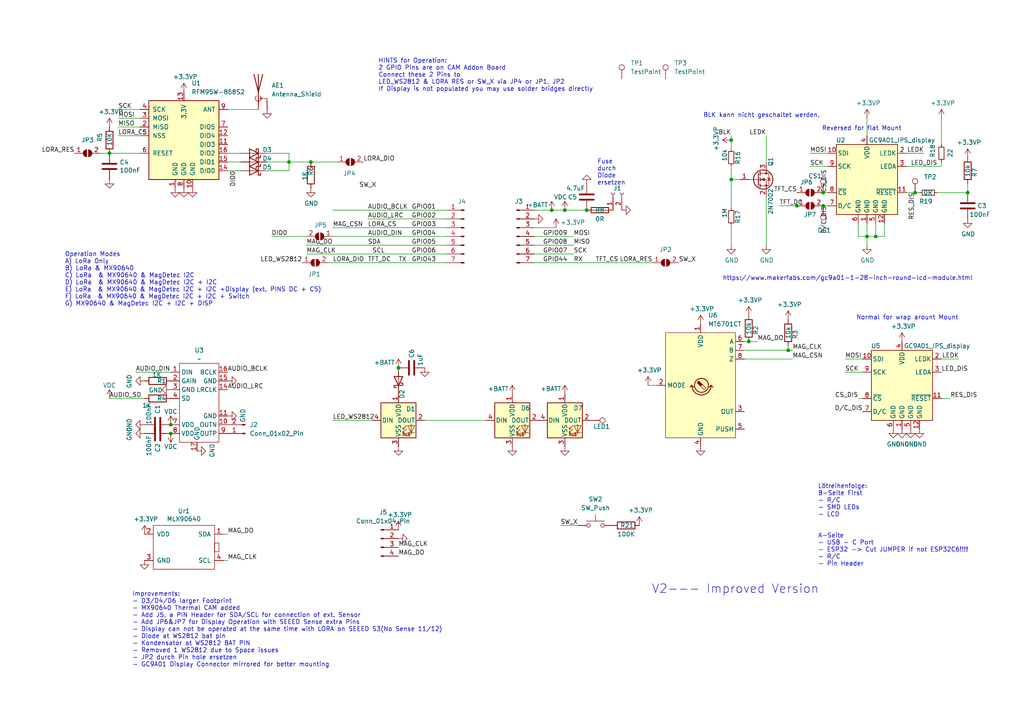
<source format=kicad_sch>
(kicad_sch (version 20231120) (generator "eeschema") (generator_version "8.0")
  (paper "A4")
  (lib_symbols
    (symbol "Connector:Conn_01x02_Female" (pin_names (offset 1.016) hide)
      (property "Reference" "J" (at 0 2.54 0))
      (property "Value" "Connector_Conn_01x02_Female" (at 0 -5.08 0))
      (symbol "Conn_01x02_Female_1_1"
        (pin passive line (at -5.08 0 0) (length 3.81) (name "Pin_1") (number "1"))
        (pin passive line (at -5.08 -2.54 0) (length 3.81) (name "Pin_2") (number "2"))
      )
    )
    (symbol "Connector:Conn_01x02_Pin" (pin_names (offset 1.016) hide)
      (property "Reference" "J" (at 0 2.54 0))
      (property "Value" "Conn_01x02_Pin" (at 0 -5.08 0))
      (symbol "Conn_01x02_Pin_1_1"
        (pin passive line (at 5.08 0 180) (length 3.81) (name "Pin_1") (number "1"))
        (pin passive line (at 5.08 -2.54 180) (length 3.81) (name "Pin_2") (number "2"))
      )
    )
    (symbol "Connector:Conn_01x04_Pin" (pin_names (offset 1.016) hide)
      (property "Reference" "J" (at 0 5.08 0))
      (property "Value" "Conn_01x04_Pin" (at 0 -7.62 0))
      (symbol "Conn_01x04_Pin_1_1"
        (pin passive line (at 5.08 2.54 180) (length 3.81) (name "Pin_1") (number "1"))
        (pin passive line (at 5.08 0 180) (length 3.81) (name "Pin_2") (number "2"))
        (pin passive line (at 5.08 -2.54 180) (length 3.81) (name "Pin_3") (number "3"))
        (pin passive line (at 5.08 -5.08 180) (length 3.81) (name "Pin_4") (number "4"))
      )
    )
    (symbol "Connector:Conn_01x07_Pin" (pin_names (offset 1.016) hide)
      (property "Reference" "J" (at 0 10.16 0))
      (property "Value" "Conn_01x07_Pin" (at 0 -10.16 0))
      (symbol "Conn_01x07_Pin_1_1"
        (pin passive line (at 5.08 7.62 180) (length 3.81) (name "Pin_1") (number "1"))
        (pin passive line (at 5.08 5.08 180) (length 3.81) (name "Pin_2") (number "2"))
        (pin passive line (at 5.08 2.54 180) (length 3.81) (name "Pin_3") (number "3"))
        (pin passive line (at 5.08 0 180) (length 3.81) (name "Pin_4") (number "4"))
        (pin passive line (at 5.08 -2.54 180) (length 3.81) (name "Pin_5") (number "5"))
        (pin passive line (at 5.08 -5.08 180) (length 3.81) (name "Pin_6") (number "6"))
        (pin passive line (at 5.08 -7.62 180) (length 3.81) (name "Pin_7") (number "7"))
      )
    )
    (symbol "Connector:TestPoint" (pin_numbers hide) (pin_names (offset 0.762) hide)
      (property "Reference" "TP" (at 0 6.858 0))
      (property "Value" "TestPoint" (at 0 5.08 0))
      (symbol "TestPoint_1_1"
        (pin passive line (at 0 0 90) (length 2.54) (name "1") (number "1"))
      )
    )
    (symbol "Device:Antenna_Shield" (pin_numbers hide) (pin_names (offset 1.016) hide)
      (property "Reference" "AE" (at -1.905 4.445 0))
      (property "Value" "Antenna_Shield" (at -1.905 2.54 0))
      (symbol "Antenna_Shield_1_1"
        (pin input line (at 0 -5.08 90) (length 2.54) (name "A") (number "1"))
        (pin input line (at 2.54 -5.08 90) (length 2.54) (name "Shield") (number "2"))
      )
    )
    (symbol "Device:C" (pin_numbers hide) (pin_names (offset 0.254))
      (property "Reference" "C" (at 0.635 2.54 0))
      (property "Value" "C" (at 0.635 -2.54 0))
      (symbol "C_1_1"
        (pin passive line (at 0 3.81 270) (length 2.794) (name "~") (number "1"))
        (pin passive line (at 0 -3.81 90) (length 2.794) (name "~") (number "2"))
      )
    )
    (symbol "Device:Fuse" (pin_numbers hide) (pin_names (offset 0))
      (property "Reference" "F" (at 2.032 0 90))
      (property "Value" "Fuse" (at -1.905 0 90))
      (symbol "Fuse_1_1"
        (pin passive line (at 0 3.81 270) (length 1.27) (name "~") (number "1"))
        (pin passive line (at 0 -3.81 90) (length 1.27) (name "~") (number "2"))
      )
    )
    (symbol "Device:R" (pin_numbers hide) (pin_names (offset 0))
      (property "Reference" "R" (at 2.032 0 90))
      (property "Value" "R" (at 0 0 90))
      (symbol "R_1_1"
        (pin passive line (at 0 3.81 270) (length 1.27) (name "~") (number "1"))
        (pin passive line (at 0 -3.81 90) (length 1.27) (name "~") (number "2"))
      )
    )
    (symbol "Device:R_Small" (pin_numbers hide) (pin_names (offset 0.254) hide)
      (property "Reference" "R" (at 0.762 0.508 0))
      (property "Value" "R_Small" (at 0.762 -1.016 0))
      (symbol "R_Small_1_1"
        (pin passive line (at 0 2.54 270) (length 0.762) (name "~") (number "1"))
        (pin passive line (at 0 -2.54 90) (length 0.762) (name "~") (number "2"))
      )
    )
    (symbol "Diode:MBR0530" (pin_numbers hide) (pin_names (offset 1.016) hide)
      (property "Reference" "D" (at 0 2.54 0))
      (property "Value" "MBR0530" (at 0 -2.54 0))
      (symbol "MBR0530_1_1"
        (pin passive line (at -3.81 0 0) (length 2.54) (name "K") (number "1"))
        (pin passive line (at 3.81 0 180) (length 2.54) (name "A") (number "2"))
      )
    )
    (symbol "Jumper:SolderJumper_2_Open" (pin_names (offset 0) hide)
      (property "Reference" "JP" (at 0 2.032 0))
      (property "Value" "SolderJumper_2_Open" (at 0 -2.54 0))
      (symbol "SolderJumper_2_Open_1_1"
        (pin passive line (at -3.81 0 0) (length 2.54) (name "A") (number "1"))
        (pin passive line (at 3.81 0 180) (length 2.54) (name "B") (number "2"))
      )
    )
    (symbol "LED:WS2812B" (pin_names (offset 0.254))
      (property "Reference" "D" (at 5.08 5.715 0))
      (property "Value" "WS2812B" (at 1.27 -5.715 0))
      (symbol "WS2812B_0_0"
        (text "RGB" (at 2.286 -4.191 0) (effects (font (size 0.762 0.762))))
      )
      (symbol "WS2812B_1_1"
        (pin power_in line (at 0 7.62 270) (length 2.54) (name "VDD") (number "1"))
        (pin output line (at 7.62 0 180) (length 2.54) (name "DOUT") (number "2"))
        (pin power_in line (at 0 -7.62 90) (length 2.54) (name "VSS") (number "3"))
        (pin input line (at -7.62 0 0) (length 2.54) (name "DIN") (number "4"))
      )
    )
    (symbol "MAX98357AETE+T:MAX98357A"
      (property "Reference" "U3" (at -3.175 2.54 0))
      (property "Value" "~" (at -3.175 0 0))
      (symbol "MAX98357A_1_1"
        (pin input line (at -11.43 -3.81 0) (length 2.54) (name "DIN") (number "1"))
        (pin input line (at 5.08 -19.05 180) (length 2.54) (name "OUTN") (number "10"))
        (pin power_in line (at 5.08 -16.51 180) (length 2.54) (name "GND") (number "11"))
        (pin bidirectional line (at 5.08 -13.97 180) (length 2.54) hide (name "N.C.") (number "12"))
        (pin bidirectional line (at 5.08 -11.43 180) (length 2.54) hide (name "N.C.") (number "13"))
        (pin input line (at 5.08 -8.89 180) (length 2.54) (name "LRCLK") (number "14"))
        (pin power_in line (at 5.08 -6.35 180) (length 2.54) (name "GND") (number "15"))
        (pin input line (at 5.08 -3.81 180) (length 2.54) (name "BCLK") (number "16"))
        (pin power_in line (at -3.81 -26.67 90) (length 2.54) (name "GND") (number "17"))
        (pin input line (at -11.43 -6.35 0) (length 2.54) (name "GAIN") (number "2"))
        (pin power_in line (at -11.43 -8.89 0) (length 2.54) (name "GND") (number "3"))
        (pin bidirectional line (at -11.43 -11.43 0) (length 2.54) (name "SD") (number "4"))
        (pin bidirectional line (at -11.43 -13.97 0) (length 2.54) hide (name "N.C.") (number "5"))
        (pin bidirectional line (at -11.43 -16.51 0) (length 2.54) hide (name "N.C.") (number "6"))
        (pin power_in line (at -11.43 -19.05 0) (length 2.54) (name "VDD") (number "7"))
        (pin power_in line (at -11.43 -21.59 0) (length 2.54) (name "VDD") (number "8"))
        (pin input line (at 5.08 -21.59 180) (length 2.54) (name "OUTP") (number "9"))
      )
    )
    (symbol "MLX90640:MLX90640" (pin_names (offset 1.016))
      (property "Reference" "U" (at 0 -1.27 0))
      (property "Value" "MLX90640" (at 0 1.27 0))
      (symbol "MLX90640_1_1"
        (pin bidirectional line (at 11.43 3.81 180) (length 2.54) (name "SDA") (number "1"))
        (pin power_in line (at -11.43 3.81 0) (length 2.54) (name "VDD") (number "2"))
        (pin power_in line (at -11.43 -3.81 0) (length 2.54) (name "GND") (number "3"))
        (pin bidirectional line (at 11.43 -3.81 180) (length 2.54) (name "SCL") (number "4"))
      )
    )
    (symbol "RF_Module:RFM95W-868S2" (pin_names (offset 1.016))
      (property "Reference" "U" (at -10.414 11.684 0))
      (property "Value" "RFM95W-868S2" (at 1.524 11.43 0))
      (symbol "RFM95W-868S2_1_1"
        (pin power_in line (at -2.54 -15.24 90) (length 2.54) (name "GND") (number "1"))
        (pin power_in line (at 2.54 -15.24 90) (length 2.54) (name "GND") (number "10"))
        (pin bidirectional line (at 12.7 -2.54 180) (length 2.54) (name "DIO3") (number "11"))
        (pin bidirectional line (at 12.7 0 180) (length 2.54) (name "DIO4") (number "12"))
        (pin power_in line (at 0 12.7 270) (length 2.54) (name "3.3V") (number "13"))
        (pin bidirectional line (at 12.7 -10.16 180) (length 2.54) (name "DIO0") (number "14"))
        (pin bidirectional line (at 12.7 -7.62 180) (length 2.54) (name "DIO1") (number "15"))
        (pin bidirectional line (at 12.7 -5.08 180) (length 2.54) (name "DIO2") (number "16"))
        (pin output line (at -12.7 2.54 0) (length 2.54) (name "MISO") (number "2"))
        (pin input line (at -12.7 5.08 0) (length 2.54) (name "MOSI") (number "3"))
        (pin input line (at -12.7 7.62 0) (length 2.54) (name "SCK") (number "4"))
        (pin input line (at -12.7 0 0) (length 2.54) (name "NSS") (number "5"))
        (pin bidirectional line (at -12.7 -5.08 0) (length 2.54) (name "RESET") (number "6"))
        (pin bidirectional line (at 12.7 2.54 180) (length 2.54) (name "DIO5") (number "7"))
        (pin power_in line (at 0 -15.24 90) (length 2.54) (name "GND") (number "8"))
        (pin bidirectional line (at 12.7 7.62 180) (length 2.54) (name "ANT") (number "9"))
      )
    )
    (symbol "Sensor_Magnetic:MT6701CT"
      (property "Reference" "U" (at -9.6632 16.4397 0))
      (property "Value" "MT6701CT" (at 5.5155 16.4397 0))
      (symbol "MT6701CT_1_1"
        (pin power_in line (at 0 17.78 270) (length 2.54) (name "VDD") (number "1"))
        (pin input line (at -12.7 0 0) (length 2.54) (name "MODE") (number "2"))
        (pin output line (at 12.7 -7.62 180) (length 2.54) (name "OUT") (number "3"))
        (pin power_in line (at 0 -17.78 90) (length 2.54) (name "GND") (number "4"))
        (pin output line (at 12.7 -12.7 180) (length 2.54) (name "PUSH") (number "5"))
        (pin output line (at 12.7 12.7 180) (length 2.54) (name "A") (number "6"))
        (pin output line (at 12.7 10.16 180) (length 2.54) (name "B") (number "7"))
        (pin output line (at 12.7 7.62 180) (length 2.54) (name "Z") (number "8"))
      )
    )
    (symbol "Switch:SW_Push" (pin_numbers hide) (pin_names (offset 1.016) hide)
      (property "Reference" "SW" (at 1.27 2.54 0))
      (property "Value" "SW_Push" (at 0 -1.524 0))
      (symbol "SW_Push_0_1"
        (pin passive line (at -5.08 0 0) (length 2.54) (name "1") (number "1"))
        (pin passive line (at 5.08 0 180) (length 2.54) (name "2") (number "2"))
      )
    )
    (symbol "Transistor_FET:2N7002" (pin_names hide)
      (property "Reference" "Q" (at 5.08 1.905 0))
      (property "Value" "2N7002" (at 5.08 0 0))
      (symbol "2N7002_1_1"
        (pin input line (at -5.08 0 0) (length 2.54) (name "G") (number "1"))
        (pin passive line (at 2.54 -5.08 90) (length 2.54) (name "S") (number "2"))
        (pin passive line (at 2.54 5.08 270) (length 2.54) (name "D") (number "3"))
      )
    )
    (symbol "open-Smartwatch:GC9A01_IPS_display_SPI" (pin_names (offset 0.381))
      (property "Reference" "U" (at -7.62 11.43 0))
      (property "Value" "GC9A01_IPS_display_SPI" (at 12.7 11.43 0))
      (symbol "GC9A01_IPS_display_SPI_0_0"
        (pin power_in line (at 0 -12.7 90) (length 2.54) (name "GND") (number "1"))
        (pin bidirectional line (at -11.43 7.62 0) (length 2.54) (name "SDI") (number "10"))
        (pin input line (at 11.43 -3.81 180) (length 2.54) (name "~{RESET}") (number "11"))
        (pin power_in line (at 5.08 -12.7 90) (length 2.54) (name "GND") (number "12"))
        (pin passive line (at 11.43 7.62 180) (length 2.54) (name "LEDK") (number "2"))
        (pin passive line (at 11.43 3.81 180) (length 2.54) (name "LEDA") (number "3"))
        (pin power_in line (at 0 12.7 270) (length 2.54) (name "VDD") (number "4"))
        (pin power_in line (at 2.54 -12.7 90) (length 2.54) (name "GND") (number "5"))
        (pin power_in line (at -2.54 -12.7 90) (length 2.54) (name "GND") (number "6"))
        (pin input line (at -11.43 -7.62 0) (length 2.54) (name "D/C") (number "7"))
        (pin input line (at -11.43 -3.81 0) (length 2.54) (name "~{CS}") (number "8"))
        (pin input line (at -11.43 3.81 0) (length 2.54) (name "SCK") (number "9"))
      )
    )
    (symbol "power:+3.3VP" (power) (pin_names (offset 0))
      (property "Value" "+3.3VP" (at 0 2.54 0))
      (symbol "+3.3VP_0_0"
        (pin power_in line (at 0 0 90) (length 0) hide (name "+3.3VP") (number "1"))
      )
    )
    (symbol "power:+BATT" (power) (pin_numbers hide) (pin_names (offset 0) hide)
      (property "Value" "+BATT" (at 0 3.556 0))
      (symbol "+BATT_1_1"
        (pin power_in line (at 0 0 90) (length 0) (name "~") (number "1"))
      )
    )
    (symbol "power:GND" (power) (pin_names (offset 0))
      (property "Value" "GND" (at 0 -3.81 0))
      (symbol "GND_1_1"
        (pin power_in line (at 0 0 270) (length 0) hide (name "GND") (number "1"))
      )
    )
    (symbol "power:VDC" (power) (pin_names (offset 0))
      (property "Value" "VDC" (at 0 6.35 0))
      (symbol "VDC_1_1"
        (pin power_in line (at 0 0 90) (length 0) hide (name "VDC") (number "1"))
      )
    )
  )
  (junction (at 90.17 46.99))
  (junction (at 251.46 68.58))
  (junction (at 160.02 60.96))
  (junction (at 238.76 55.88))
  (junction (at 83.82 46.99))
  (junction (at 217.17 99.06))
  (junction (at 212.09 40.64))
  (junction (at 49.53 125.73))
  (junction (at 49.53 123.19))
  (junction (at 265.43 55.88))
  (junction (at 280.67 55.88))
  (junction (at 238.76 59.69))
  (junction (at 31.75 44.45))
  (junction (at 228.6 101.6))
  (junction (at 170.18 60.96))
  (junction (at 115.57 106.68))
  (junction (at 254 68.58))
  (junction (at 212.09 52.07))
  (junction (at 163.83 60.96))
  (junction (at 231.14 59.69))
  (wire (pts (xy 262.89 55.88) (xy 265.43 55.88)))
  (wire (pts (xy 240.03 48.26) (xy 234.95 48.26)))
  (wire (pts (xy 256.54 64.77) (xy 256.54 68.58)))
  (wire (pts (xy 31.75 115.57) (xy 41.91 115.57)))
  (wire (pts (xy 34.29 31.75) (xy 40.64 31.75)))
  (wire (pts (xy 77.47 49.53) (xy 83.82 49.53)))
  (wire (pts (xy 154.94 60.96) (xy 160.02 60.96)))
  (wire (pts (xy 215.9 101.6) (xy 228.6 101.6)))
  (wire (pts (xy 34.29 36.83) (xy 40.64 36.83)))
  (wire (pts (xy 248.92 115.57) (xy 250.19 115.57)))
  (wire (pts (xy 78.74 68.58) (xy 88.9 68.58)))
  (wire (pts (xy 83.82 46.99) (xy 83.82 44.45)))
  (wire (pts (xy 96.52 121.92) (xy 107.95 121.92)))
  (wire (pts (xy 83.82 49.53) (xy 83.82 46.99)))
  (wire (pts (xy 64.77 162.56) (xy 66.04 162.56)))
  (wire (pts (xy 90.17 46.99) (xy 83.82 46.99)))
  (wire (pts (xy 96.52 66.04) (xy 129.54 66.04)))
  (wire (pts (xy 39.37 107.95) (xy 49.53 107.95)))
  (wire (pts (xy 273.05 104.14) (xy 278.13 104.14)))
  (wire (pts (xy 66.04 46.99) (xy 69.85 46.99)))
  (wire (pts (xy 212.09 52.07) (xy 212.09 60.325)))
  (wire (pts (xy 66.04 49.53) (xy 69.85 49.53)))
  (wire (pts (xy 154.94 71.12) (xy 166.37 71.12)))
  (wire (pts (xy 66.04 31.75) (xy 74.93 31.75)))
  (wire (pts (xy 160.02 60.96) (xy 163.83 60.96)))
  (wire (pts (xy 251.46 68.58) (xy 248.92 68.58)))
  (wire (pts (xy 83.82 44.45) (xy 77.47 44.45)))
  (wire (pts (xy 251.46 68.58) (xy 251.46 71.12)))
  (wire (pts (xy 212.09 40.64) (xy 212.09 43.18)))
  (wire (pts (xy 88.9 71.12) (xy 129.54 71.12)))
  (wire (pts (xy 163.83 60.96) (xy 170.18 60.96)))
  (wire (pts (xy 154.94 73.66) (xy 166.37 73.66)))
  (wire (pts (xy 238.76 55.88) (xy 240.03 55.88)))
  (wire (pts (xy 226.06 59.69) (xy 231.14 59.69)))
  (wire (pts (xy 280.67 53.34) (xy 280.67 55.88)))
  (wire (pts (xy 212.09 52.07) (xy 214.63 52.07)))
  (wire (pts (xy 217.17 99.06) (xy 219.71 99.06)))
  (wire (pts (xy 273.05 41.91) (xy 273.05 34.29)))
  (wire (pts (xy 95.25 76.2) (xy 129.54 76.2)))
  (wire (pts (xy 273.05 48.26) (xy 262.89 48.26)))
  (wire (pts (xy 238.76 59.69) (xy 240.03 59.69)))
  (wire (pts (xy 162.56 152.4) (xy 167.64 152.4)))
  (wire (pts (xy 34.29 34.29) (xy 40.64 34.29)))
  (wire (pts (xy 66.04 44.45) (xy 69.85 44.45)))
  (wire (pts (xy 154.94 66.04) (xy 161.29 66.04)))
  (wire (pts (xy 96.52 60.96) (xy 129.54 60.96)))
  (wire (pts (xy 212.09 39.37) (xy 212.09 40.64)))
  (wire (pts (xy 77.47 46.99) (xy 83.82 46.99)))
  (wire (pts (xy 248.92 64.77) (xy 248.92 68.58)))
  (wire (pts (xy 96.52 68.58) (xy 129.54 68.58)))
  (wire (pts (xy 245.11 107.95) (xy 250.19 107.95)))
  (wire (pts (xy 251.46 34.29) (xy 251.46 39.37)))
  (wire (pts (xy 222.25 71.12) (xy 222.25 57.15)))
  (wire (pts (xy 228.6 101.6) (xy 229.87 101.6)))
  (wire (pts (xy 256.54 68.58) (xy 254 68.58)))
  (wire (pts (xy 273.05 115.57) (xy 275.59 115.57)))
  (wire (pts (xy 123.19 121.92) (xy 140.97 121.92)))
  (wire (pts (xy 212.09 48.26) (xy 212.09 52.07)))
  (wire (pts (xy 187.96 111.76) (xy 190.5 111.76)))
  (wire (pts (xy 273.05 46.99) (xy 273.05 48.26)))
  (wire (pts (xy 154.94 76.2) (xy 189.23 76.2)))
  (wire (pts (xy 106.68 63.5) (xy 129.54 63.5)))
  (wire (pts (xy 267.97 44.45) (xy 262.89 44.45)))
  (wire (pts (xy 64.77 154.94) (xy 66.04 154.94)))
  (wire (pts (xy 265.43 55.88) (xy 266.7 55.88)))
  (wire (pts (xy 245.11 104.14) (xy 250.19 104.14)))
  (wire (pts (xy 240.03 44.45) (xy 234.95 44.45)))
  (wire (pts (xy 231.14 59.69) (xy 232.41 59.69)))
  (wire (pts (xy 215.9 104.14) (xy 229.87 104.14)))
  (wire (pts (xy 222.25 39.37) (xy 222.25 46.99)))
  (wire (pts (xy 271.78 55.88) (xy 280.67 55.88)))
  (wire (pts (xy 29.21 44.45) (xy 31.75 44.45)))
  (wire (pts (xy 254 68.58) (xy 251.46 68.58)))
  (wire (pts (xy 251.46 64.77) (xy 251.46 68.58)))
  (wire (pts (xy 215.9 99.06) (xy 217.17 99.06)))
  (wire (pts (xy 212.09 71.12) (xy 212.09 65.405)))
  (wire (pts (xy 254 64.77) (xy 254 68.58)))
  (wire (pts (xy 97.79 46.99) (xy 90.17 46.99)))
  (wire (pts (xy 31.75 44.45) (xy 40.64 44.45)))
  (wire (pts (xy 34.29 39.37) (xy 40.64 39.37)))
  (wire (pts (xy 228.6 100.33) (xy 228.6 101.6)))
  (wire (pts (xy 154.94 68.58) (xy 166.37 68.58)))
  (wire (pts (xy 88.9 73.66) (xy 129.54 73.66)))
  (text "Lötreihenfolge:\nB-Seite First\n- R/C\n- SMD LEDs\n- LCD\n\n\nA-Seite\n- USB - C Port\n- ESP32 -> Cut JUMPER if not ESP32C6!!!!\n- R/C\n- Pin Header" (at 237.236 152.4 0) (effects (font (size 1.27 1.27)) (justify left)))
  (text "HINTS for Operation:\n2 GPIO Pins are on CAM Addon Board\nConnect these 2 Pins to \nLED_WS2812 & LORA RES or SW_X via JP4 or JP1, JP2\nIf Display is not populated you may use solder bridges directly\n\n" (at 109.728 22.86 0) (effects (font (size 1.27 1.27)) (justify left)))
  (text "Normal for wrap arount Mount" (at 263.144 92.202 0) (effects (font (size 1.27 1.27))))
  (text "https://www.makerfabs.com/gc9a01-1-28-inch-round-lcd-module.html" (at 245.872 80.772 0) (effects (font (size 1.27 1.27))))
  (text "V2--- Improved Version" (at 188.976 170.942 0) (effects (font (size 2.5146 2.5146)) (justify left)))
  (text "Reversed for flat Mount" (at 249.936 37.338 0) (effects (font (size 1.27 1.27))))
  (text "Fuse\ndurch\nDiode \nersetzen" (at 173.228 50.038 0) (effects (font (size 1.27 1.27)) (justify left)))
  (text "Operation Modes\nA) LoRa Only\nB) LoRa & MX90640\nC) LoRa  & MX90640 & MagDetec I2C\nD) LoRa  & MX90640 & MagDetec I2C + I2C\nE) LoRa  & MX90640 & MagDetec I2C + I2C +Display (ext. PINS DC + CS)\nF) LoRa  & MX90640 & MagDetec I2C + I2C + Switch\nG) MX90640 & MagDetec I2C + I2C + DISP" (at 18.796 81.026 0) (effects (font (size 1.27 1.27)) (justify left)))
  (text "BLK kann nicht geschaltet werden." (at 203.962 33.528 0) (effects (font (size 1.27 1.27)) (justify left)))
  (text "Improvements:\n- D3/D4/D6 larger Footprint\n- MX90640 Thermal CAM added\n- Add J5, a PIN Header for SDA/SCL for connection of ext. Sensor\n- Add JP6&JP7 for Display Operation with SEEED Sense extra Pins\n- Display can not be operated at the same time with LORA on SEEED S3(No Sense 11/12)\n- Diode at WS2812 bat pin\n- Kondensator at WS2812 BAT PIN\n- Removed 1 WS2812 due to Space issues\n- JP2 durch Pin hole ersetzen\n- GC9A01 Display Connector mirrored for better mounting" (at 38.354 182.626 0) (effects (font (size 1.27 1.27)) (justify left)))
  (label "AUDIO_BCLK" (at 66.04 107.95 0))
  (label "D{slash}C_DIS" (at 250.19 119.38 180))
  (label "MAG_CSN" (at 229.87 104.14 0))
  (label "SCK" (at 245.11 107.95 0))
  (label "SW_X" (at 104.14 54.61 0))
  (label "AUDIO_SD" (at 31.75 115.57 0))
  (label "DIO0" (at 78.74 68.58 0))
  (label "TX" (at 115.57 76.2 0))
  (label "RX" (at 166.37 76.2 0))
  (label "MAG_DO" (at 66.04 154.94 0))
  (label "RES_DIS" (at 275.59 115.57 0))
  (label "SW_X" (at 196.85 76.2 0))
  (label "AUDIO_DIN" (at 106.68 68.58 0))
  (label "MOSI" (at 245.11 104.14 0))
  (label "TFT_DC" (at 226.06 59.69 0))
  (label "GPIO03" (at 119.38 66.04 0))
  (label "LED_DIS" (at 264.16 48.26 0))
  (label "MAG_CLK" (at 115.57 158.75 0))
  (label "MAG_DO" (at 115.57 161.29 0))
  (label "LEDK" (at 222.25 39.37 180))
  (label "LED_WS2812" (at 87.63 76.2 180))
  (label "GPIO43" (at 119.38 76.2 0))
  (label "SCK" (at 166.37 73.66 0))
  (label "MAG_DO" (at 88.9 71.12 0))
  (label "SCK" (at 34.29 31.75 0))
  (label "CS_DIS" (at 248.92 115.57 180))
  (label "SCK" (at 234.95 48.26 0))
  (label "GPIO08" (at 157.48 71.12 0))
  (label "MISO" (at 166.37 71.12 0))
  (label "TFT_DC" (at 106.68 76.2 0))
  (label "LEDK" (at 267.97 44.45 180))
  (label "AUDIO_DIN" (at 39.37 107.95 0))
  (label "LORA_DIO" (at 96.52 76.2 0))
  (label "MAG_DO" (at 219.71 99.06 0))
  (label "GPIO01" (at 119.38 60.96 0))
  (label "LED_WS2812" (at 96.52 121.92 0))
  (label "MAG_CLK" (at 229.87 101.6 0))
  (label "MOSI" (at 234.95 44.45 0))
  (label "GPIO07" (at 157.48 73.66 0))
  (label "GPIO05" (at 119.38 71.12 0))
  (label "AUDIO_LRC" (at 106.68 63.5 0))
  (label "DIO0" (at 68.58 49.53 270))
  (label "LORA_CS" (at 34.29 39.37 0))
  (label "MOSI" (at 34.29 34.29 0))
  (label "LED_DIS" (at 273.05 107.95 0))
  (label "SW_X" (at 162.56 152.4 0))
  (label "LORA_CS" (at 106.68 66.04 0))
  (label "TFT_CS" (at 172.72 76.2 0))
  (label "MAG_CLK" (at 88.9 73.66 0))
  (label "SCL" (at 107.95 73.66 0))
  (label "MISO" (at 34.29 36.83 0))
  (label "GPIO44" (at 157.48 76.2 0))
  (label "AUDIO_LRC" (at 66.04 113.03 0))
  (label "BLK" (at 212.09 39.37 180))
  (label "GPIO02" (at 119.38 63.5 0))
  (label "TFT_CS" (at 231.14 55.88 180))
  (label "MOSI" (at 166.37 68.58 0))
  (label "RES_DIS" (at 265.43 55.88 270))
  (label "MAG_CSN" (at 96.52 66.04 0))
  (label "GPIO04" (at 119.38 68.58 0))
  (label "LORA_RES" (at 189.23 76.2 180))
  (label "GPIO09" (at 157.48 68.58 0))
  (label "LORA_DIO" (at 105.41 46.99 0))
  (label "GPIO06" (at 119.38 73.66 0))
  (label "AUDIO_BCLK" (at 106.68 60.96 0))
  (label "CS_DIS" (at 240.03 55.88 90))
  (label "D{slash}C_DIS" (at 240.03 59.69 270))
  (label "MAG_CLK" (at 66.04 162.56 0))
  (label "LEDK" (at 278.13 104.14 180))
  (label "SDA" (at 106.68 71.12 0))
  (label "LORA_RES" (at 21.59 44.45 180))
  (symbol (lib_id "Connector:TestPoint") (at 180.34 22.86 0) (unit 1)
    (property "Reference" "TP1" (at 182.88 18.2879 0) (effects (justify left)))
    (property "Value" "TestPoint" (at 182.88 20.8279 0) (effects (justify left)))
    (property "Footprint" "baer_klein:baerklein" (effects (hide yes)))
    (property "Description" "test point" (effects (hide yes)))
  )
  (symbol (lib_id "Device:R") (at 280.67 49.53 0) (unit 1)
    (property "Reference" "R7" (at 282.702 50.038 90))
    (property "Value" "10k" (at 280.67 49.53 90))
    (property "Footprint" "Resistor_SMD:R_0805_2012Metric_Pad1.20x1.40mm_HandSolder" (effects (hide yes)))
  )
  (symbol (lib_id "Device:Fuse") (at 173.99 60.96 270) (unit 1)
    (property "Reference" "R8" (at 173.99 60.96 90))
    (property "Value" "0R" (at 173.99 63.5 90))
    (property "Footprint" "Resistor_SMD:R_0805_2012Metric_Pad1.20x1.40mm_HandSolder" (effects (hide yes)))
  )
  (symbol (lib_id "Device:R") (at 31.75 40.64 180) (unit 1)
    (property "Reference" "R5" (at 28.956 39.878 90))
    (property "Value" "10K" (at 31.75 40.386 90))
    (property "Footprint" "Resistor_SMD:R_0805_2012Metric_Pad1.20x1.40mm_HandSolder" (effects (hide yes)))
  )
  (symbol (lib_id "RF_Module:RFM95W-868S2") (at 53.34 39.37 0) (unit 1)
    (property "Reference" "U1" (at 55.5341 24.13 0) (effects (justify left)))
    (property "Value" "RFM95W-868S2" (at 55.5341 26.67 0) (effects (justify left)))
    (property "Footprint" "RF_Module:HOPERF_RFM9XW_SMD" (effects (hide yes)))
    (property "Datasheet" "https://www.hoperf.com/data/upload/portal/20181127/5bfcbea20e9ef.pdf" (effects (hide yes)))
    (property "Description" "Low power long range transceiver module, SPI and parallel interface, 868 MHz, spreading factor 6 to12, bandwidth 7.8 to 500kHz, -111 to -148 dBm, SMD-16, DIP-16" (effects (hide yes)))
  )
  (symbol (lib_id "power:GND") (at 266.7 124.46 0) (unit 1)
    (property "Reference" "#PWR054" (effects (hide yes)))
    (property "Value" "GND" (at 266.827 128.8542 0))
  )
  (symbol (lib_id "Device:R_Small") (at 273.05 44.45 0) (unit 1)
    (property "Reference" "R18" (at 270.51 45.72 90) (effects (justify left)))
    (property "Value" "22" (at 275.59 45.72 90) (effects (justify left)))
    (property "Footprint" "Resistor_SMD:R_0603_1608Metric" (effects (hide yes)))
  )
  (symbol (lib_id "LED:WS2812B") (at 148.59 121.92 0) (unit 1)
    (property "Reference" "D6" (at 152.4 118.364 0))
    (property "Value" "WS2812B" (effects (hide yes)))
    (property "Footprint" "LED_SMD:LED_WS2812B_PLCC4_5.0x5.0mm_P3.2mm" (effects (hide yes)))
    (property "Datasheet" "https://cdn-shop.adafruit.com/datasheets/WS2812B.pdf" (effects (hide yes)))
    (property "Description" "RGB LED with integrated controller" (effects (hide yes)))
  )
  (symbol (lib_id "Transistor_FET:2N7002") (at 219.71 52.07 0) (unit 1)
    (property "Reference" "Q1" (at 223.52 48.26 90) (effects (justify left)))
    (property "Value" "2N7002" (at 223.52 62.23 90) (effects (justify left)))
    (property "Footprint" "Package_TO_SOT_SMD:SOT-23" (effects (hide yes)))
    (property "Datasheet" "https://www.fairchildsemi.com/datasheets/2N/2N7002.pdf" (effects (hide yes)))
  )
  (symbol (lib_id "Jumper:SolderJumper_2_Open") (at 234.95 59.69 0) (unit 1)
    (property "Reference" "JP7" (at 234.95 62.23 0))
    (property "Value" "SolderJumper_2_Open" (effects (hide yes)))
    (property "Footprint" "Jumper:SolderJumper-2_P1.3mm_Open_RoundedPad1.0x1.5mm" (effects (hide yes)))
    (property "Description" "Solder Jumper, 2-pole, open" (effects (hide yes)))
  )
  (symbol (lib_id "Switch:SW_Push") (at 172.72 152.4 0) (mirror y) (unit 1)
    (property "Reference" "SW2" (at 172.72 144.78 0))
    (property "Value" "SW_Push" (at 172.72 147.32 0))
    (property "Footprint" "tp4056:SW_SPST_CK_KMS2xxGP" (effects (hide yes)))
    (property "Datasheet" "https://de.aliexpress.com/item/32873390410.html?spm=a2g0o.order_list.order_list_main.19.55be5c5fZTEE2H&gatewayAdapt=glo2deu#nav-review" (effects (hide yes)))
  )
  (symbol (lib_id "power:GND") (at 41.91 125.73 270) (unit 1)
    (property "Reference" "#PWR09" (effects (hide yes)))
    (property "Value" "GND" (at 37.5158 125.857 0))
  )
  (symbol (lib_id "power:GND") (at 90.17 54.61 0) (unit 1)
    (property "Reference" "#PWR025" (effects (hide yes)))
    (property "Value" "GND" (at 90.297 59.0042 0))
  )
  (symbol (lib_id "Connector:Conn_01x02_Pin") (at 71.12 125.73 180) (unit 1)
    (property "Reference" "J2" (at 72.39 123.1899 0) (effects (justify right)))
    (property "Value" "Conn_01x02_Pin" (at 72.39 125.7299 0) (effects (justify right)))
    (property "Footprint" "Connector_PinHeader_2.54mm:PinHeader_1x02_P2.54mm_Vertical" (effects (hide yes)))
  )
  (symbol (lib_id "Connector:TestPoint") (at 238.76 59.69 180) (unit 1)
    (property "Reference" "DC1" (at 241.046 66.802 0) (effects (justify left)))
    (property "Value" "TestPoint" (effects (hide yes)))
    (property "Footprint" "TestPoint:TestPoint_Pad_D1.5mm" (effects (hide yes)))
    (property "Description" "test point" (effects (hide yes)))
  )
  (symbol (lib_id "Device:R_Small") (at 269.24 55.88 90) (unit 1)
    (property "Reference" "R19" (at 270.51 58.42 90) (effects (justify left)))
    (property "Value" "0R" (at 270.51 55.88 90) (effects (justify left)))
    (property "Footprint" "Resistor_SMD:R_0805_2012Metric_Pad1.20x1.40mm_HandSolder" (effects (hide yes)))
  )
  (symbol (lib_id "Device:R") (at 45.72 110.49 90) (unit 1)
    (property "Reference" "R1" (at 48.26 110.49 90) (effects (justify left)))
    (property "Value" "1K" (at 46.863 108.712 90) (effects (justify left)))
    (property "Footprint" "Resistor_SMD:R_0805_2012Metric_Pad1.20x1.40mm_HandSolder" (effects (hide yes)))
  )
  (symbol (lib_id "power:GND") (at 180.34 60.96 90) (unit 1)
    (property "Reference" "#PWR038" (effects (hide yes)))
    (property "Value" "GND" (effects (hide yes)))
  )
  (symbol (lib_id "Diode:MBR0530") (at 73.66 44.45 180) (unit 1)
    (property "Reference" "D3" (at 77.47 43.434 0))
    (property "Value" "MBR0530" (effects (hide yes)))
    (property "Footprint" "Diode_SMD:D_SOD-123" (effects (hide yes)))
    (property "Datasheet" "http://www.mccsemi.com/up_pdf/MBR0520~MBR0580(SOD123).pdf" (effects (hide yes)))
    (property "Description" "30V 0.5A Schottky Power Rectifier Diode, SOD-123" (effects (hide yes)))
  )
  (symbol (lib_id "power:GND") (at 49.53 113.03 270) (unit 1)
    (property "Reference" "#PWR010" (effects (hide yes)))
    (property "Value" "GND" (at 45.1358 113.157 90))
  )
  (symbol (lib_id "Device:C") (at 45.72 125.73 270) (unit 1)
    (property "Reference" "C2" (at 45.72 128.524 0) (effects (justify left)))
    (property "Value" "100nF" (at 43.18 126.238 0) (effects (justify left)))
    (property "Footprint" "Capacitor_SMD:C_0805_2012Metric_Pad1.18x1.45mm_HandSolder" (effects (hide yes)))
  )
  (symbol (lib_id "power:GND") (at 280.67 63.5 0) (unit 1)
    (property "Reference" "#PWR024" (effects (hide yes)))
    (property "Value" "GND" (at 280.797 67.8942 0))
  )
  (symbol (lib_id "power:VDC") (at 163.83 60.96 0) (unit 1)
    (property "Reference" "#PWR021" (effects (hide yes)))
    (property "Value" "VDC" (at 162.56 57.15 0))
  )
  (symbol (lib_id "power:GND") (at 222.25 71.12 0) (unit 1)
    (property "Reference" "#PWR048" (effects (hide yes)))
    (property "Value" "GND" (at 222.377 75.5142 0))
  )
  (symbol (lib_id "power:VDC") (at 31.75 115.57 0) (unit 1)
    (property "Reference" "#PWR022" (effects (hide yes)))
    (property "Value" "VDC" (at 31.75 111.76 0))
  )
  (symbol (lib_id "power:+BATT") (at 148.59 114.3 0) (unit 1)
    (property "Reference" "#PWR029" (effects (hide yes)))
    (property "Value" "+BATT" (at 144.526 112.776 0))
    (property "Description" "Power symbol creates a global label with name \"+BATT\"" (effects (hide yes)))
  )
  (symbol (lib_id "power:+BATT") (at 160.02 60.96 0) (unit 1)
    (property "Reference" "#PWR03" (effects (hide yes)))
    (property "Value" "+BATT" (at 155.956 59.436 0))
    (property "Description" "Power symbol creates a global label with name \"+BATT\"" (effects (hide yes)))
  )
  (symbol (lib_id "Connector:Conn_01x07_Pin") (at 149.86 68.58 0) (unit 1)
    (property "Reference" "J3" (at 150.495 58.42 0))
    (property "Value" "Conn_01x07_Pin" (effects (hide yes)))
    (property "Footprint" "Connector_PinHeader_2.54mm:PinHeader_1x07_P2.54mm_Vertical" (effects (hide yes)))
    (property "Description" "Generic connector, single row, 01x07, script generated" (effects (hide yes)))
  )
  (symbol (lib_id "power:GND") (at 77.47 31.75 0) (unit 1)
    (property "Reference" "#PWR037" (effects (hide yes)))
    (property "Value" "GND" (effects (hide yes)))
  )
  (symbol (lib_id "Jumper:SolderJumper_2_Open") (at 91.44 76.2 0) (unit 1)
    (property "Reference" "JP1" (at 91.186 79.502 0))
    (property "Value" "SolderJumper_2_Open" (effects (hide yes)))
    (property "Footprint" "Jumper:SolderJumper-2_P1.3mm_Open_RoundedPad1.0x1.5mm" (effects (hide yes)))
    (property "Description" "Solder Jumper, 2-pole, open" (effects (hide yes)))
  )
  (symbol (lib_id "power:GND") (at 66.04 120.65 90) (unit 1)
    (property "Reference" "#PWR016" (effects (hide yes)))
    (property "Value" "GND" (at 70.4342 120.523 0))
  )
  (symbol (lib_id "Connector:TestPoint") (at 265.43 55.88 0) (unit 1)
    (property "Reference" "TP2" (at 267.97 51.3079 0) (effects (justify left)))
    (property "Value" "TestPoint" (effects (hide yes)))
    (property "Footprint" "TestPoint:TestPoint_Pad_D1.0mm" (effects (hide yes)))
    (property "Description" "test point" (effects (hide yes)))
  )
  (symbol (lib_id "power:GND") (at 41.91 110.49 270) (unit 1)
    (property "Reference" "#PWR04" (effects (hide yes)))
    (property "Value" "GND" (at 37.5158 110.617 0))
  )
  (symbol (lib_id "power:VDC") (at 49.53 123.19 0) (unit 1)
    (property "Reference" "#PWR012" (effects (hide yes)))
    (property "Value" "VDC" (at 49.53 119.38 0))
  )
  (symbol (lib_id "Connector:TestPoint") (at 171.45 121.92 270) (unit 1)
    (property "Reference" "LED1" (at 174.498 123.698 90))
    (property "Value" "TestPoint" (effects (hide yes)))
    (property "Footprint" "TestPoint:TestPoint_Pad_1.5x1.5mm" (effects (hide yes)))
    (property "Description" "test point" (effects (hide yes)))
  )
  (symbol (lib_id "power:+3.3VP") (at 251.46 34.29 0) (unit 1)
    (property "Reference" "#PWR051" (effects (hide yes)))
    (property "Value" "+3.3VP" (at 251.841 29.8958 0))
  )
  (symbol (lib_id "power:+3.3VP") (at 31.75 36.83 0) (unit 1)
    (property "Reference" "#PWR034" (effects (hide yes)))
    (property "Value" "+3.3VP" (at 32.131 32.4358 0))
  )
  (symbol (lib_id "Device:C") (at 31.75 48.26 180) (unit 1)
    (property "Reference" "C4" (at 34.671 47.0916 0) (effects (justify right)))
    (property "Value" "100nF" (at 34.671 49.403 0) (effects (justify right)))
    (property "Footprint" "Capacitor_SMD:C_0805_2012Metric_Pad1.18x1.45mm_HandSolder" (effects (hide yes)))
  )
  (symbol (lib_id "Device:R") (at 217.17 95.25 0) (unit 1)
    (property "Reference" "R2" (at 219.202 95.758 90))
    (property "Value" "10k" (at 217.17 95.25 90))
    (property "Footprint" "Resistor_SMD:R_0805_2012Metric_Pad1.20x1.40mm_HandSolder" (effects (hide yes)))
  )
  (symbol (lib_id "power:+3.3VP") (at 280.67 45.72 0) (unit 1)
    (property "Reference" "#PWR023" (effects (hide yes)))
    (property "Value" "+3.3VP" (at 281.051 41.3258 0))
  )
  (symbol (lib_id "power:GND") (at 57.15 130.81 90) (unit 1)
    (property "Reference" "#PWR014" (effects (hide yes)))
    (property "Value" "GND" (at 61.5442 130.683 0))
  )
  (symbol (lib_id "power:+BATT") (at 163.83 114.3 0) (unit 1)
    (property "Reference" "#PWR033" (effects (hide yes)))
    (property "Value" "+BATT" (at 159.766 112.776 0))
    (property "Description" "Power symbol creates a global label with name \"+BATT\"" (effects (hide yes)))
  )
  (symbol (lib_id "power:GND") (at 170.18 53.34 180) (unit 1)
    (property "Reference" "#PWR039" (effects (hide yes)))
    (property "Value" "GND" (effects (hide yes)))
  )
  (symbol (lib_id "Device:Antenna_Shield") (at 74.93 26.67 0) (unit 1)
    (property "Reference" "AE1" (at 78.74 24.7649 0) (effects (justify left)))
    (property "Value" "Antenna_Shield" (at 78.74 27.3049 0) (effects (justify left)))
    (property "Footprint" "Connector_Coaxial:SMA_Samtec_SMA-J-P-X-ST-EM1_EdgeMount" (effects (hide yes)))
    (property "Description" "Antenna with extra pin for shielding" (effects (hide yes)))
  )
  (symbol (lib_id "Jumper:SolderJumper_2_Open") (at 101.6 46.99 0) (unit 1)
    (property "Reference" "JP4" (at 101.346 50.292 0))
    (property "Value" "SolderJumper_2_Open" (effects (hide yes)))
    (property "Footprint" "Jumper:SolderJumper-2_P1.3mm_Bridged_RoundedPad1.0x1.5mm" (effects (hide yes)))
    (property "Description" "Solder Jumper, 2-pole, open" (effects (hide yes)))
  )
  (symbol (lib_id "power:GND") (at 50.8 54.61 0) (unit 1)
    (property "Reference" "#PWR020" (effects (hide yes)))
    (property "Value" "GND" (effects (hide yes)))
  )
  (symbol (lib_id "power:+3.3VP") (at 261.62 99.06 0) (unit 1)
    (property "Reference" "#PWR036" (effects (hide yes)))
    (property "Value" "+3.3VP" (at 262.001 94.6658 0))
  )
  (symbol (lib_id "Diode:MBR0530") (at 115.57 110.49 90) (unit 1)
    (property "Reference" "D2" (at 116.586 114.3 0))
    (property "Value" "MBR0530" (effects (hide yes)))
    (property "Footprint" "Diode_SMD:D_SOD-123" (effects (hide yes)))
    (property "Datasheet" "http://www.mccsemi.com/up_pdf/MBR0520~MBR0580(SOD123).pdf" (effects (hide yes)))
    (property "Description" "30V 0.5A Schottky Power Rectifier Diode, SOD-123" (effects (hide yes)))
  )
  (symbol (lib_id "Jumper:SolderJumper_2_Open") (at 193.04 76.2 0) (unit 1)
    (property "Reference" "JP2" (at 193.04 72.39 0))
    (property "Value" "SolderJumper_2_Open" (effects (hide yes)))
    (property "Footprint" "Jumper:SolderJumper-2_P1.3mm_Open_RoundedPad1.0x1.5mm" (effects (hide yes)))
    (property "Description" "Solder Jumper, 2-pole, open" (effects (hide yes)))
  )
  (symbol (lib_id "Diode:MBR0530") (at 73.66 46.99 180) (unit 1)
    (property "Reference" "D4" (at 77.47 45.974 0))
    (property "Value" "MBR0530" (effects (hide yes)))
    (property "Footprint" "Diode_SMD:D_SOD-123" (effects (hide yes)))
    (property "Datasheet" "http://www.mccsemi.com/up_pdf/MBR0520~MBR0580(SOD123).pdf" (effects (hide yes)))
    (property "Description" "30V 0.5A Schottky Power Rectifier Diode, SOD-123" (effects (hide yes)))
  )
  (symbol (lib_id "Connector:Conn_01x02_Female") (at 177.8 55.88 90) (unit 1)
    (property "Reference" "J1" (at 179.07 54.61 90))
    (property "Value" "Conn_01x02_Female" (effects (hide yes)))
    (property "Footprint" "Connector_JST:JST_GH_SM02B-GHS-TB_1x02-1MP_P1.25mm_Horizontal" (effects (hide yes)))
  )
  (symbol (lib_id "power:GND") (at 41.91 162.56 0) (unit 1)
    (property "Reference" "#PWR041" (effects (hide yes)))
    (property "Value" "GND" (effects (hide yes)))
  )
  (symbol (lib_id "power:+3.3VP") (at 115.57 153.67 0) (unit 1)
    (property "Reference" "#PWR042" (effects (hide yes)))
    (property "Value" "+3.3VP" (at 115.951 149.2758 0))
  )
  (symbol (lib_id "Device:R_Small") (at 212.09 45.72 180) (unit 1)
    (property "Reference" "R16" (at 213.995 43.815 90) (effects (justify left)))
    (property "Value" "10k" (at 210.185 43.18 90) (effects (justify left)))
    (property "Footprint" "Resistor_SMD:R_0603_1608Metric" (effects (hide yes)))
  )
  (symbol (lib_id "Device:R") (at 45.72 115.57 90) (unit 1)
    (property "Reference" "R4" (at 48.26 115.57 90) (effects (justify left)))
    (property "Value" "1K" (at 43.942 117.602 90) (effects (justify left)))
    (property "Footprint" "Resistor_SMD:R_0805_2012Metric_Pad1.20x1.40mm_HandSolder" (effects (hide yes)))
  )
  (symbol (lib_id "Device:C") (at 45.72 123.19 270) (unit 1)
    (property "Reference" "C1" (at 45.72 117.348 0) (effects (justify left)))
    (property "Value" "100nF" (at 43.18 117.094 0) (effects (justify left)))
    (property "Footprint" "Capacitor_SMD:C_0805_2012Metric_Pad1.18x1.45mm_HandSolder" (effects (hide yes)))
  )
  (symbol (lib_id "Connector:Conn_01x07_Pin") (at 134.62 68.58 0) (mirror y) (unit 1)
    (property "Reference" "J4" (at 133.985 58.42 0))
    (property "Value" "Conn_01x07_Pin" (effects (hide yes)))
    (property "Footprint" "Connector_PinHeader_2.54mm:PinHeader_1x07_P2.54mm_Vertical" (effects (hide yes)))
    (property "Description" "Generic connector, single row, 01x07, script generated" (effects (hide yes)))
  )
  (symbol (lib_id "power:GND") (at 115.57 156.21 90) (unit 1)
    (property "Reference" "#PWR043" (effects (hide yes)))
    (property "Value" "GND" (effects (hide yes)))
  )
  (symbol (lib_id "power:+3.3VP") (at 161.29 66.04 0) (unit 1)
    (property "Reference" "#PWR01" (effects (hide yes)))
    (property "Value" "+3.3VP" (at 166.116 64.516 0))
  )
  (symbol (lib_id "power:GND") (at 264.16 124.46 0) (unit 1)
    (property "Reference" "#PWR046" (effects (hide yes)))
    (property "Value" "GND" (at 264.287 128.8542 0))
  )
  (symbol (lib_id "power:GND") (at 251.46 71.12 0) (unit 1)
    (property "Reference" "#PWR049" (effects (hide yes)))
    (property "Value" "GND" (at 251.587 75.5142 0))
  )
  (symbol (lib_id "power:GND") (at 55.88 54.61 0) (unit 1)
    (property "Reference" "#PWR019" (effects (hide yes)))
    (property "Value" "GND" (effects (hide yes)))
  )
  (symbol (lib_id "Diode:MBR0530") (at 73.66 49.53 180) (unit 1)
    (property "Reference" "D5" (at 77.47 48.514 0))
    (property "Value" "MBR0530" (effects (hide yes)))
    (property "Footprint" "Diode_SMD:D_SOD-123" (effects (hide yes)))
    (property "Datasheet" "http://www.mccsemi.com/up_pdf/MBR0520~MBR0580(SOD123).pdf" (effects (hide yes)))
    (property "Description" "30V 0.5A Schottky Power Rectifier Diode, SOD-123" (effects (hide yes)))
  )
  (symbol (lib_id "Jumper:SolderJumper_2_Open") (at 92.71 68.58 180) (unit 1)
    (property "Reference" "JP5" (at 92.964 65.278 0))
    (property "Value" "SolderJumper_2_Open" (effects (hide yes)))
    (property "Footprint" "Jumper:SolderJumper-2_P1.3mm_Open_RoundedPad1.0x1.5mm" (effects (hide yes)))
    (property "Description" "Solder Jumper, 2-pole, open" (effects (hide yes)))
  )
  (symbol (lib_id "Device:R") (at 228.6 96.52 0) (unit 1)
    (property "Reference" "R3" (at 230.632 97.028 90))
    (property "Value" "10k" (at 228.6 96.52 90))
    (property "Footprint" "Resistor_SMD:R_0805_2012Metric_Pad1.20x1.40mm_HandSolder" (effects (hide yes)))
  )
  (symbol (lib_id "MAX98357AETE+T:MAX98357A") (at 60.96 104.14 0) (unit 1)
    (property "Reference" "U3" (at 57.785 101.6 0))
    (property "Value" "~" (at 57.785 104.14 0))
    (property "Footprint" "tp4056:TQFN-16_L3.0-W3.0-P0.50-BL-EP1.5" (effects (hide yes)))
    (property "Datasheet" "https://jlcpcb.com/partdetail/978950-MAX98357AETET/C910544" (effects (hide yes)))
    (property "Description" "C910544" (effects (hide yes)))
  )
  (symbol (lib_id "power:+3.3VP") (at 41.91 154.94 0) (unit 1)
    (property "Reference" "#PWR040" (effects (hide yes)))
    (property "Value" "+3.3VP" (at 42.291 150.5458 0))
  )
  (symbol (lib_id "MLX90640:MLX90640") (at 53.34 158.75 0) (unit 1)
    (property "Reference" "Ur1" (at 53.34 148.209 0))
    (property "Value" "MLX90640" (at 53.34 150.5204 0))
    (property "Footprint" "MLX90640:MLX90640" (effects (hide yes)))
    (property "Part Number" "482-MLX90640ESFBABSP" (effects (hide yes)))
    (property "Supplier" "Mouser" (effects (hide yes)))
    (property "mfr#" "MLX90640ESF-BAB-000-SP" (effects (hide yes)))
    (property "mfr" "Melexis" (effects (hide yes)))
  )
  (symbol (lib_id "Connector:TestPoint") (at 193.04 22.86 0) (unit 1)
    (property "Reference" "TP3" (at 195.58 18.2879 0) (effects (justify left)))
    (property "Value" "TestPoint" (at 195.58 20.8279 0) (effects (justify left)))
    (property "Footprint" "baer_klein:baerklein" (effects (hide yes)))
    (property "Description" "test point" (effects (hide yes)))
  )
  (symbol (lib_id "power:GND") (at 53.34 54.61 0) (unit 1)
    (property "Reference" "#PWR018" (effects (hide yes)))
    (property "Value" "GND" (effects (hide yes)))
  )
  (symbol (lib_id "power:GND") (at 261.62 124.46 0) (unit 1)
    (property "Reference" "#PWR045" (effects (hide yes)))
    (property "Value" "GND" (at 261.747 128.8542 0))
  )
  (symbol (lib_id "power:+3.3VP") (at 53.34 26.67 0) (unit 1)
    (property "Reference" "#PWR017" (effects (hide yes)))
    (property "Value" "+3.3VP" (at 53.721 22.2758 0))
  )
  (symbol (lib_id "LED:WS2812B") (at 163.83 121.92 0) (unit 1)
    (property "Reference" "D7" (at 167.64 118.364 0))
    (property "Value" "WS2812B" (effects (hide yes)))
    (property "Footprint" "LED_SMD:LED_WS2812B_PLCC4_5.0x5.0mm_P3.2mm" (effects (hide yes)))
    (property "Datasheet" "https://cdn-shop.adafruit.com/datasheets/WS2812B.pdf" (effects (hide yes)))
    (property "Description" "RGB LED with integrated controller" (effects (hide yes)))
  )
  (symbol (lib_id "open-Smartwatch:GC9A01_IPS_display_SPI") (at 261.62 111.76 0) (unit 1)
    (property "Reference" "U5" (at 254 100.33 0))
    (property "Value" "GC9A01_IPS_display" (at 271.78 100.33 0))
    (property "Footprint" "open-Smartwatch:GC9A01_IPS_display" (effects (hide yes)))
  )
  (symbol (lib_id "Device:C") (at 280.67 59.69 0) (unit 1)
    (property "Reference" "C3" (at 283.464 59.69 0) (effects (justify left)))
    (property "Value" "100nF" (at 281.178 62.23 0) (effects (justify left)))
    (property "Footprint" "Capacitor_SMD:C_0805_2012Metric_Pad1.18x1.45mm_HandSolder" (effects (hide yes)))
  )
  (symbol (lib_id "power:+3.3VP") (at 187.96 111.76 0) (unit 1)
    (property "Reference" "#PWR08" (effects (hide yes)))
    (property "Value" "+3.3VP" (at 188.341 107.3658 0))
  )
  (symbol (lib_id "Device:C") (at 119.38 106.68 90) (unit 1)
    (property "Reference" "C6" (at 119.38 103.886 0) (effects (justify left)))
    (property "Value" "1uF" (at 121.92 106.172 0) (effects (justify left)))
    (property "Footprint" "Capacitor_SMD:C_0805_2012Metric_Pad1.18x1.45mm_HandSolder" (effects (hide yes)))
  )
  (symbol (lib_id "power:+3.3VP") (at 228.6 92.71 0) (unit 1)
    (property "Reference" "#PWR052" (effects (hide yes)))
    (property "Value" "+3.3VP" (at 228.981 88.3158 0))
  )
  (symbol (lib_id "power:GND") (at 154.94 63.5 90) (unit 1)
    (property "Reference" "#PWR02" (effects (hide yes)))
    (property "Value" "GND" (effects (hide yes)))
  )
  (symbol (lib_id "Connector:TestPoint") (at 238.76 55.88 0) (unit 1)
    (property "Reference" "CS1" (at 234.442 51.054 0) (effects (justify left)))
    (property "Value" "TestPoint" (effects (hide yes)))
    (property "Footprint" "TestPoint:TestPoint_Pad_D1.5mm" (effects (hide yes)))
    (property "Description" "test point" (effects (hide yes)))
  )
  (symbol (lib_id "power:GND") (at 115.57 129.54 0) (unit 1)
    (property "Reference" "#PWR011" (effects (hide yes)))
    (property "Value" "GND" (effects (hide yes)))
  )
  (symbol (lib_id "Device:R") (at 90.17 50.8 180) (unit 1)
    (property "Reference" "R6" (at 90.17 48.26 90) (effects (justify left)))
    (property "Value" "1K" (at 88.392 49.657 90) (effects (justify left)))
    (property "Footprint" "Resistor_SMD:R_0805_2012Metric_Pad1.20x1.40mm_HandSolder" (effects (hide yes)))
  )
  (symbol (lib_id "power:GND") (at 163.83 129.54 0) (unit 1)
    (property "Reference" "#PWR030" (effects (hide yes)))
    (property "Value" "GND" (effects (hide yes)))
  )
  (symbol (lib_id "Connector:Conn_01x04_Pin") (at 110.49 156.21 0) (unit 1)
    (property "Reference" "J5" (at 111.125 148.59 0))
    (property "Value" "Conn_01x04_Pin" (at 111.125 151.13 0))
    (property "Footprint" "Connector_PinHeader_2.54mm:PinHeader_1x04_P2.54mm_Vertical_SMD_Pin1Right" (effects (hide yes)))
    (property "Description" "Generic connector, single row, 01x04, script generated" (effects (hide yes)))
  )
  (symbol (lib_id "Device:R_Small") (at 212.09 62.865 180) (unit 1)
    (property "Reference" "R17" (at 213.995 60.96 90) (effects (justify left)))
    (property "Value" "1M" (at 210.185 60.325 90) (effects (justify left)))
    (property "Footprint" "Resistor_SMD:R_0805_2012Metric_Pad1.20x1.40mm_HandSolder" (effects (hide yes)))
  )
  (symbol (lib_id "Jumper:SolderJumper_2_Open") (at 25.4 44.45 0) (unit 1)
    (property "Reference" "JP3" (at 25.4 40.64 0))
    (property "Value" "SolderJumper_2_Open" (effects (hide yes)))
    (property "Footprint" "Jumper:SolderJumper-2_P1.3mm_Open_RoundedPad1.0x1.5mm" (effects (hide yes)))
    (property "Description" "Solder Jumper, 2-pole, open" (effects (hide yes)))
  )
  (symbol (lib_id "power:+3.3VP") (at 217.17 91.44 0) (unit 1)
    (property "Reference" "#PWR031" (effects (hide yes)))
    (property "Value" "+3.3VP" (at 217.551 87.0458 0))
  )
  (symbol (lib_id "power:+3.3VP") (at 185.42 152.4 0) (unit 1)
    (property "Reference" "#PWR053" (effects (hide yes)))
    (property "Value" "+3.3VP" (at 185.801 148.0058 0))
  )
  (symbol (lib_id "power:GND") (at 212.09 71.12 0) (unit 1)
    (property "Reference" "#PWR047" (effects (hide yes)))
    (property "Value" "GND" (at 212.217 75.5142 0))
  )
  (symbol (lib_id "power:GND") (at 259.08 124.46 0) (unit 1)
    (property "Reference" "#PWR044" (effects (hide yes)))
    (property "Value" "GND" (at 259.207 128.8542 0))
  )
  (symbol (lib_id "Device:C") (at 170.18 57.15 180) (unit 1)
    (property "Reference" "C5" (at 167.386 57.15 0) (effects (justify left)))
    (property "Value" "4.7uF" (at 169.672 54.61 0) (effects (justify left)))
    (property "Footprint" "Capacitor_SMD:C_0805_2012Metric_Pad1.18x1.45mm_HandSolder" (effects (hide yes)))
  )
  (symbol (lib_id "power:GND") (at 148.59 129.54 0) (unit 1)
    (property "Reference" "#PWR028" (effects (hide yes)))
    (property "Value" "GND" (effects (hide yes)))
  )
  (symbol (lib_id "power:GND") (at 31.75 52.07 0) (unit 1)
    (property "Reference" "#PWR035" (effects (hide yes)))
    (property "Value" "GND" (effects (hide yes)))
  )
  (symbol (lib_id "Sensor_Magnetic:MT6701CT") (at 203.2 111.76 0) (unit 1)
    (property "Reference" "U6" (at 205.3941 91.44 0) (effects (justify left)))
    (property "Value" "MT6701CT" (at 205.3941 93.98 0) (effects (justify left)))
    (property "Footprint" "Package_SO:SO-8_3.9x4.9mm_P1.27mm" (effects (hide yes)))
    (property "Datasheet" "https://www.magntek.com.cn/upload/MT6701_Rev.1.5.pdf" (effects (hide yes)))
    (property "Description" "Hall Based Angle Position Encoder Sensor, I2C, SSI, ABZ & UVW interfaces, 3.3..5V supply, SOIC-8" (effects (hide yes)))
  )
  (symbol (lib_id "power:+3.3VP") (at 273.05 34.29 0) (unit 1)
    (property "Reference" "#PWR050" (effects (hide yes)))
    (property "Value" "+3.3VP" (at 273.431 29.8958 0))
  )
  (symbol (lib_id "power:GND") (at 123.19 106.68 0) (unit 1)
    (property "Reference" "#PWR027" (effects (hide yes)))
    (property "Value" "GND" (effects (hide yes)))
  )
  (symbol (lib_id "power:GND") (at 41.91 123.19 270) (unit 1)
    (property "Reference" "#PWR06" (effects (hide yes)))
    (property "Value" "GND" (at 37.5158 123.317 0))
  )
  (symbol (lib_id "power:+3.3VP") (at 203.2 93.98 0) (unit 1)
    (property "Reference" "#PWR05" (effects (hide yes)))
    (property "Value" "+3.3VP" (at 203.581 89.5858 0))
  )
  (symbol (lib_id "power:+3.3VP") (at 212.09 40.64 90) (unit 1)
    (property "Reference" "#PWR026" (effects (hide yes)))
    (property "Value" "+3.3VP" (at 207.6958 40.259 0))
  )
  (symbol (lib_id "Device:R") (at 181.61 152.4 270) (unit 1)
    (property "Reference" "R21" (at 181.864 152.4 90))
    (property "Value" "100K" (at 181.61 154.94 90))
    (property "Footprint" "Resistor_SMD:R_0805_2012Metric_Pad1.20x1.40mm_HandSolder" (effects (hide yes)))
  )
  (symbol (lib_id "power:VDC") (at 49.53 125.73 180) (unit 1)
    (property "Reference" "#PWR013" (effects (hide yes)))
    (property "Value" "VDC" (at 49.53 129.54 0))
  )
  (symbol (lib_id "LED:WS2812B") (at 115.57 121.92 0) (unit 1)
    (property "Reference" "D1" (at 119.126 118.618 0))
    (property "Value" "WS2812B" (effects (hide yes)))
    (property "Footprint" "LED_SMD:LED_WS2812B_PLCC4_5.0x5.0mm_P3.2mm" (effects (hide yes)))
    (property "Datasheet" "https://cdn-shop.adafruit.com/datasheets/WS2812B.pdf" (effects (hide yes)))
    (property "Description" "RGB LED with integrated controller" (effects (hide yes)))
  )
  (symbol (lib_id "open-Smartwatch:GC9A01_IPS_display_SPI") (at 251.46 52.07 0) (unit 1)
    (property "Reference" "U2" (at 243.84 40.64 0))
    (property "Value" "GC9A01_IPS_display" (at 261.62 40.64 0))
    (property "Footprint" "open-Smartwatch:GC9A01_IPS_display_reversed" (effects (hide yes)))
  )
  (symbol (lib_id "Jumper:SolderJumper_2_Open") (at 234.95 55.88 0) (unit 1)
    (property "Reference" "JP6" (at 233.934 52.832 0))
    (property "Value" "SolderJumper_2_Open" (effects (hide yes)))
    (property "Footprint" "Jumper:SolderJumper-2_P1.3mm_Open_RoundedPad1.0x1.5mm" (effects (hide yes)))
    (property "Description" "Solder Jumper, 2-pole, open" (effects (hide yes)))
  )
  (symbol (lib_id "power:GND") (at 66.04 110.49 90) (unit 1)
    (property "Reference" "#PWR015" (effects (hide yes)))
    (property "Value" "GND" (effects (hide yes)))
  )
  (symbol (lib_id "power:+BATT") (at 115.57 106.68 0) (unit 1)
    (property "Reference" "#PWR032" (effects (hide yes)))
    (property "Value" "+BATT" (at 111.506 105.156 0))
    (property "Description" "Power symbol creates a global label with name \"+BATT\"" (effects (hide yes)))
  )
  (symbol (lib_id "power:GND") (at 203.2 129.54 0) (unit 1)
    (property "Reference" "#PWR07" (effects (hide yes)))
    (property "Value" "GND" (effects (hide yes)))
  )
)
</source>
